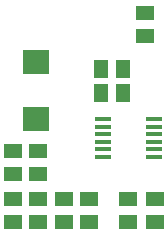
<source format=gtp>
G04 #@! TF.GenerationSoftware,KiCad,Pcbnew,5.1.5*
G04 #@! TF.CreationDate,2020-04-17T15:57:54+02:00*
G04 #@! TF.ProjectId,eco_charger_ltc3105,65636f5f-6368-4617-9267-65725f6c7463,rev?*
G04 #@! TF.SameCoordinates,Original*
G04 #@! TF.FileFunction,Paste,Top*
G04 #@! TF.FilePolarity,Positive*
%FSLAX46Y46*%
G04 Gerber Fmt 4.6, Leading zero omitted, Abs format (unit mm)*
G04 Created by KiCad (PCBNEW 5.1.5) date 2020-04-17 15:57:54*
%MOMM*%
%LPD*%
G04 APERTURE LIST*
%ADD10R,2.200000X2.100000*%
%ADD11R,1.300000X1.500000*%
%ADD12R,1.500000X1.300000*%
%ADD13R,1.397000X0.431800*%
G04 APERTURE END LIST*
D10*
X147151100Y-96102000D03*
X147151100Y-101002000D03*
D11*
X152626740Y-96758441D03*
X154526740Y-96758441D03*
D12*
X147320000Y-105598000D03*
X147320000Y-103698000D03*
X151638000Y-109662000D03*
X151638000Y-107762000D03*
X149479000Y-107762000D03*
X149479000Y-109662000D03*
X145161000Y-103698000D03*
X145161000Y-105598000D03*
D13*
X152766700Y-104204200D03*
X152766700Y-103543800D03*
X152766700Y-102908800D03*
X152766700Y-102248400D03*
X152766700Y-101613400D03*
X152766700Y-100953000D03*
X157135500Y-100953000D03*
X157135500Y-101613400D03*
X157135500Y-102248400D03*
X157135500Y-102908800D03*
X157135500Y-103543800D03*
X157135500Y-104204200D03*
D11*
X152626100Y-98778600D03*
X154526100Y-98778600D03*
D12*
X154940000Y-107762000D03*
X154940000Y-109662000D03*
X147320000Y-107762000D03*
X147320000Y-109662000D03*
X145161000Y-107762000D03*
X145161000Y-109662000D03*
X157226000Y-107762000D03*
X157226000Y-109662000D03*
X156337000Y-93914000D03*
X156337000Y-92014000D03*
M02*

</source>
